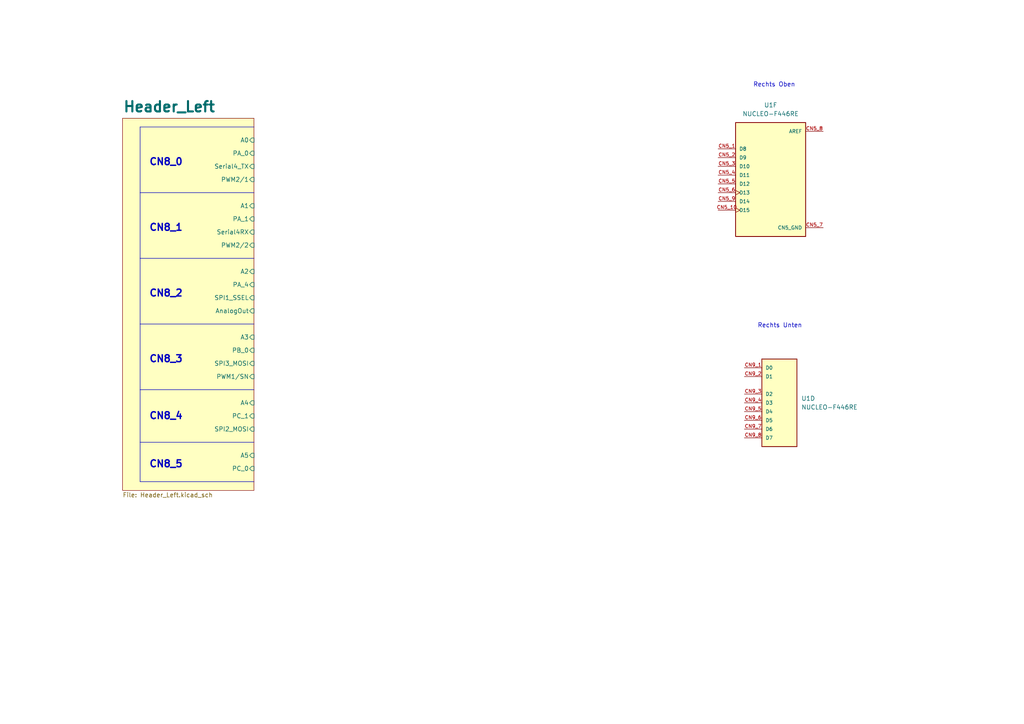
<source format=kicad_sch>
(kicad_sch (version 20230121) (generator eeschema)
  (paper "A4")
  (lib_symbols
    (symbol "NUCLEO-F446RE:NUCLEO-F446RE" (pin_names (offset 1.016))
      (property "Reference" "U" (at -17.78 41.91 0))
      (property "Value" "NUCLEO-F446RE" (at -17.78 -44.45 0))
      (symbol "NUCLEO-F446RE_1_0"
        (rectangle (start -17.78 -43.18) (end 17.78 40.64) (stroke (width 0.254)) (fill (type background)))
        (pin bidirectional line (at -22.86 -25.4 0) (length 5.08) (name "PC10") (number "CN7_1"))
        (pin bidirectional line (at 22.86 20.32 180) (length 5.08) (name "CN7_IOREF") (number "CN7_12"))
        (pin bidirectional line (at -22.86 5.08 0) (length 5.08) (name "PA13") (number "CN7_13"))
        (pin bidirectional line (at -22.86 20.32 0) (length 5.08) (name "CN7_RESET") (number "CN7_14"))
        (pin bidirectional line (at -22.86 2.54 0) (length 5.08) (name "PA14") (number "CN7_15"))
        (pin power_in line (at 22.86 38.1 180) (length 5.08) (name "CN7_+3V3") (number "CN7_16"))
        (pin bidirectional line (at -22.86 0 0) (length 5.08) (name "PA15") (number "CN7_17"))
        (pin power_in line (at 22.86 35.56 180) (length 5.08) (name "CN7_+5V") (number "CN7_18"))
        (pin power_in line (at 22.86 -40.64 180) (length 5.08) (name "CN7_GND") (number "CN7_19"))
        (pin bidirectional line (at -22.86 -22.86 0) (length 5.08) (name "PC11") (number "CN7_2"))
        (pin power_in line (at 22.86 -40.64 180) (length 5.08) (name "CN7_GND") (number "CN7_20"))
        (pin bidirectional line (at -22.86 -7.62 0) (length 5.08) (name "PB7") (number "CN7_21"))
        (pin power_in line (at 22.86 -40.64 180) (length 5.08) (name "CN7_GND") (number "CN7_22"))
        (pin bidirectional line (at -22.86 -30.48 0) (length 5.08) (name "PC13") (number "CN7_23"))
        (pin power_in line (at 22.86 25.4 180) (length 5.08) (name "CN7_VIN") (number "CN7_24"))
        (pin bidirectional line (at -22.86 -33.02 0) (length 5.08) (name "PC14") (number "CN7_25"))
        (pin bidirectional line (at -22.86 -35.56 0) (length 5.08) (name "PC15") (number "CN7_27"))
        (pin bidirectional line (at -22.86 12.7 0) (length 5.08) (name "PA0") (number "CN7_28"))
        (pin bidirectional line (at 22.86 12.7 180) (length 5.08) (name "PH0") (number "CN7_29"))
        (pin bidirectional line (at -22.86 -27.94 0) (length 5.08) (name "PC12") (number "CN7_3"))
        (pin bidirectional line (at -22.86 10.16 0) (length 5.08) (name "PA1") (number "CN7_30"))
        (pin bidirectional line (at 22.86 10.16 180) (length 5.08) (name "PH1") (number "CN7_31"))
        (pin bidirectional line (at -22.86 7.62 0) (length 5.08) (name "PA4") (number "CN7_32"))
        (pin power_in line (at 22.86 30.48 180) (length 5.08) (name "VBAT") (number "CN7_33"))
        (pin bidirectional line (at -22.86 -5.08 0) (length 5.08) (name "PB0") (number "CN7_34"))
        (pin bidirectional line (at -22.86 -17.78 0) (length 5.08) (name "PC2") (number "CN7_35"))
        (pin bidirectional line (at -22.86 -15.24 0) (length 5.08) (name "PC1/PB9") (number "CN7_36"))
        (pin bidirectional line (at -22.86 -20.32 0) (length 5.08) (name "PC3") (number "CN7_37"))
        (pin bidirectional line (at -22.86 -12.7 0) (length 5.08) (name "PC0/PB8") (number "CN7_38"))
        (pin bidirectional line (at 22.86 17.78 180) (length 5.08) (name "PD2") (number "CN7_4"))
        (pin power_in line (at 22.86 27.94 180) (length 5.08) (name "VDD") (number "CN7_5"))
        (pin power_in line (at 22.86 33.02 180) (length 5.08) (name "E5V") (number "CN7_6"))
        (pin bidirectional line (at -22.86 17.78 0) (length 5.08) (name "BOOT0") (number "CN7_7"))
        (pin power_in line (at 22.86 -40.64 180) (length 5.08) (name "CN7_GND") (number "CN7_8"))
      )
      (symbol "NUCLEO-F446RE_2_0"
        (rectangle (start -12.7 -40.64) (end 12.7 38.1) (stroke (width 0.254)) (fill (type background)))
        (pin bidirectional line (at 17.78 15.24 180) (length 5.08) (name "PC9") (number "CN10_1"))
        (pin bidirectional line (at -17.78 22.86 0) (length 5.08) (name "PA5") (number "CN10_11"))
        (pin bidirectional line (at -17.78 5.08 0) (length 5.08) (name "PA12") (number "CN10_12"))
        (pin bidirectional line (at -17.78 20.32 0) (length 5.08) (name "PA6") (number "CN10_13"))
        (pin bidirectional line (at -17.78 7.62 0) (length 5.08) (name "PA11") (number "CN10_14"))
        (pin bidirectional line (at -17.78 17.78 0) (length 5.08) (name "PA7") (number "CN10_15"))
        (pin bidirectional line (at -17.78 -22.86 0) (length 5.08) (name "PB12") (number "CN10_16"))
        (pin bidirectional line (at -17.78 -12.7 0) (length 5.08) (name "PB6") (number "CN10_17"))
        (pin bidirectional line (at 17.78 20.32 180) (length 5.08) (name "PC7") (number "CN10_19"))
        (pin bidirectional line (at 17.78 17.78 180) (length 5.08) (name "PC8") (number "CN10_2"))
        (pin power_in line (at 17.78 -38.1 180) (length 5.08) (name "CN10_GND") (number "CN10_20"))
        (pin bidirectional line (at -17.78 12.7 0) (length 5.08) (name "PA9") (number "CN10_21"))
        (pin bidirectional line (at -17.78 -2.54 0) (length 5.08) (name "PB2") (number "CN10_22"))
        (pin bidirectional line (at -17.78 15.24 0) (length 5.08) (name "PA8") (number "CN10_23"))
        (pin bidirectional line (at -17.78 0 0) (length 5.08) (name "PB1") (number "CN10_24"))
        (pin bidirectional line (at -17.78 -20.32 0) (length 5.08) (name "PB10") (number "CN10_25"))
        (pin bidirectional line (at -17.78 -30.48 0) (length 5.08) (name "PB15") (number "CN10_26"))
        (pin bidirectional line (at -17.78 -7.62 0) (length 5.08) (name "PB4") (number "CN10_27"))
        (pin bidirectional line (at -17.78 -27.94 0) (length 5.08) (name "PB14") (number "CN10_28"))
        (pin bidirectional line (at -17.78 -10.16 0) (length 5.08) (name "PB5") (number "CN10_29"))
        (pin bidirectional line (at -17.78 -15.24 0) (length 5.08) (name "PB8") (number "CN10_3"))
        (pin bidirectional line (at -17.78 -25.4 0) (length 5.08) (name "PB13") (number "CN10_30"))
        (pin bidirectional line (at -17.78 -5.08 0) (length 5.08) (name "PB3") (number "CN10_31"))
        (pin power_in line (at 17.78 -35.56 180) (length 5.08) (name "AGND") (number "CN10_32"))
        (pin bidirectional line (at -17.78 10.16 0) (length 5.08) (name "PA10") (number "CN10_33"))
        (pin bidirectional line (at 17.78 27.94 180) (length 5.08) (name "PC4") (number "CN10_34"))
        (pin bidirectional line (at -17.78 27.94 0) (length 5.08) (name "PA2") (number "CN10_35"))
        (pin bidirectional line (at -17.78 25.4 0) (length 5.08) (name "PA3") (number "CN10_37"))
        (pin bidirectional line (at 17.78 22.86 180) (length 5.08) (name "PC6") (number "CN10_4"))
        (pin bidirectional line (at -17.78 -17.78 0) (length 5.08) (name "PB9") (number "CN10_5"))
        (pin bidirectional line (at 17.78 25.4 180) (length 5.08) (name "PC5") (number "CN10_6"))
        (pin power_in line (at 17.78 35.56 180) (length 5.08) (name "AVDD") (number "CN10_7"))
        (pin power_in line (at 17.78 33.02 180) (length 5.08) (name "U5V") (number "CN10_8"))
        (pin power_in line (at 17.78 -38.1 180) (length 5.08) (name "CN10_GND") (number "CN10_9"))
      )
      (symbol "NUCLEO-F446RE_3_0"
        (rectangle (start -15.24 -12.7) (end 15.24 10.16) (stroke (width 0.254)) (fill (type background)))
        (pin bidirectional line (at -20.32 -5.08 0) (length 5.08) (name "CN6_IOREF") (number "CN6_2"))
        (pin bidirectional line (at -20.32 -2.54 0) (length 5.08) (name "CN6_RESET") (number "CN6_3"))
        (pin power_in line (at 20.32 2.54 180) (length 5.08) (name "CN6_+3V3") (number "CN6_4"))
        (pin power_in line (at 20.32 5.08 180) (length 5.08) (name "CN6_+5V") (number "CN6_5"))
        (pin power_in line (at 20.32 -10.16 180) (length 5.08) (name "CN6_GND") (number "CN6_6"))
        (pin power_in line (at 20.32 -10.16 180) (length 5.08) (name "CN6_GND") (number "CN6_7"))
        (pin power_in line (at 20.32 7.62 180) (length 5.08) (name "CN6_VIN") (number "CN6_8"))
      )
      (symbol "NUCLEO-F446RE_4_0"
        (rectangle (start -5.08 -12.7) (end 5.08 12.7) (stroke (width 0.254)) (fill (type background)))
        (pin input line (at -10.16 10.16 0) (length 5.08) (name "D0") (number "CN9_1"))
        (pin output line (at -10.16 7.62 0) (length 5.08) (name "D1") (number "CN9_2"))
        (pin bidirectional line (at -10.16 2.54 0) (length 5.08) (name "D2") (number "CN9_3"))
        (pin bidirectional line (at -10.16 0 0) (length 5.08) (name "D3") (number "CN9_4"))
        (pin bidirectional line (at -10.16 -2.54 0) (length 5.08) (name "D4") (number "CN9_5"))
        (pin bidirectional line (at -10.16 -5.08 0) (length 5.08) (name "D5") (number "CN9_6"))
        (pin bidirectional line (at -10.16 -7.62 0) (length 5.08) (name "D6") (number "CN9_7"))
        (pin bidirectional line (at -10.16 -10.16 0) (length 5.08) (name "D7") (number "CN9_8"))
      )
      (symbol "NUCLEO-F446RE_5_0"
        (rectangle (start -5.08 -10.16) (end 5.08 7.62) (stroke (width 0.254)) (fill (type background)))
        (pin input line (at -10.16 5.08 0) (length 5.08) (name "A0") (number "CN8_1"))
        (pin input line (at -10.16 2.54 0) (length 5.08) (name "A1") (number "CN8_2"))
        (pin input line (at -10.16 0 0) (length 5.08) (name "A2") (number "CN8_3"))
        (pin input line (at -10.16 -2.54 0) (length 5.08) (name "A3") (number "CN8_4"))
        (pin input line (at -10.16 -5.08 0) (length 5.08) (name "A4") (number "CN8_5"))
        (pin input line (at -10.16 -7.62 0) (length 5.08) (name "A5") (number "CN8_6"))
      )
      (symbol "NUCLEO-F446RE_6_0"
        (rectangle (start -10.16 -17.78) (end 10.16 15.24) (stroke (width 0.254)) (fill (type background)))
        (pin bidirectional line (at -15.24 7.62 0) (length 5.08) (name "D8") (number "CN5_1"))
        (pin bidirectional clock (at -15.24 -10.16 0) (length 5.08) (name "D15") (number "CN5_10"))
        (pin bidirectional line (at -15.24 5.08 0) (length 5.08) (name "D9") (number "CN5_2"))
        (pin bidirectional line (at -15.24 2.54 0) (length 5.08) (name "D10") (number "CN5_3"))
        (pin bidirectional line (at -15.24 0 0) (length 5.08) (name "D11") (number "CN5_4"))
        (pin bidirectional line (at -15.24 -2.54 0) (length 5.08) (name "D12") (number "CN5_5"))
        (pin bidirectional clock (at -15.24 -5.08 0) (length 5.08) (name "D13") (number "CN5_6"))
        (pin power_in line (at 15.24 -15.24 180) (length 5.08) (name "CN5_GND") (number "CN5_7"))
        (pin power_in line (at 15.24 12.7 180) (length 5.08) (name "AREF") (number "CN5_8"))
        (pin bidirectional line (at -15.24 -7.62 0) (length 5.08) (name "D14") (number "CN5_9"))
      )
    )
  )
  (polyline (pts (xy 40.64 128.27) (xy 73.66 128.27)))
  (polyline (pts (xy 40.64 93.98) (xy 40.64 113.03)))
  (polyline (pts (xy 40.64 74.93) (xy 73.66 74.93)))
  (polyline (pts (xy 73.66 36.83) (xy 40.64 36.83)))
  (polyline (pts (xy 40.64 55.88) (xy 40.64 74.93)))
  (polyline (pts (xy 40.64 74.93) (xy 40.64 93.98)))
  (polyline (pts (xy 40.64 36.83) (xy 40.64 55.88)))
  (polyline (pts (xy 40.64 113.03) (xy 73.66 113.03)))
  (polyline (pts (xy 40.64 128.27) (xy 40.64 139.7)))
  (polyline (pts (xy 40.64 113.03) (xy 40.64 128.27)))
  (polyline (pts (xy 40.64 139.7) (xy 73.66 139.7)))
  (polyline (pts (xy 40.64 93.98) (xy 73.66 93.98)))
  (polyline (pts (xy 40.64 55.88) (xy 73.66 55.88)))
  (text "Rechts Unten\n" (at 219.71 95.25 0) (effects (font (size 1.27 1.27)) (justify left bottom)))
  (text "CN8_1\n" (at 43.18 67.31 0) (effects (font (size 2 2) bold) (justify left bottom)))
  (text "CN8_0" (at 43.18 48.26 0) (effects (font (size 2 2) bold) (justify left bottom)))
  (text "CN8_5\n" (at 43.18 135.89 0) (effects (font (size 2 2) bold) (justify left bottom)))
  (text "CN8_3\n" (at 43.18 105.41 0) (effects (font (size 2 2) bold) (justify left bottom)))
  (text "Rechts Oben\n" (at 218.44 25.4 0) (effects (font (size 1.27 1.27)) (justify left bottom)))
  (text "CN8_2\n" (at 43.18 86.36 0) (effects (font (size 2 2) bold) (justify left bottom)))
  (text "CN8_4\n" (at 43.18 121.92 0) (effects (font (size 2 2) bold) (justify left bottom)))
  (symbol (lib_id "NUCLEO-F446RE:NUCLEO-F446RE") (at 226.06 116.84 0) (unit 4)
    (property "Reference" "U1" (at 232.41 115.57 0) (effects (justify left)))
    (property "Value" "NUCLEO-F446RE" (at 232.41 118.11 0) (effects (justify left)))
    (property "Footprint" "NUCLEO-F446RE:MODULE_NUCLEO-F446RE" (effects hide))
    (property "MF" "STMicroelectronics" (effects hide))
    (property "Package" "None" (effects hide))
    (property "Price" "None" (effects hide))
    (property "Check_prices" "https://www.snapeda.com/parts/NUCLEO-F446RE/STMicroelectronics/view-part/?ref=eda" (effects hide))
    (property "STANDARD" "Manufacturer Recommendations" (effects hide))
    (property "PARTREV" "13" (effects hide))
    (property "SnapEDA_Link" "https://www.snapeda.com/parts/NUCLEO-F446RE/STMicroelectronics/view-part/?ref=snap" (effects hide))
    (property "MP" "NUCLEO-F446RE" (effects hide))
    (property "Purchase-URL" "https://www.snapeda.com/api/url_track_click_mouser/?unipart_id=284290&manufacturer=STMicroelectronics&part_name=NUCLEO-F446RE&search_term=None" (effects hide))
    (property "Description" "\nSTM32F446RE, mbed-Enabled Development Nucleo-64 STM32F4 ARM® Cortex®-M4 MCU 32-Bit Embedded Evaluation Board\n" (effects hide))
    (property "Availability" "In Stock" (effects hide))
    (property "MANUFACTURER" "STMicroelectronics" (effects hide))
  )
  (symbol (lib_id "NUCLEO-F446RE:NUCLEO-F446RE") (at 223.52 50.8 0) (unit 6)
    (property "Reference" "U1" (at 223.52 30.48 0))
    (property "Value" "NUCLEO-F446RE" (at 223.52 33.02 0))
    (property "Footprint" "NUCLEO-F446RE:MODULE_NUCLEO-F446RE" (effects hide))
    (property "MF" "STMicroelectronics" (effects hide))
    (property "Package" "None" (effects hide))
    (property "Price" "None" (effects hide))
    (property "Check_prices" "https://www.snapeda.com/parts/NUCLEO-F446RE/STMicroelectronics/view-part/?ref=eda" (effects hide))
    (property "STANDARD" "Manufacturer Recommendations" (effects hide))
    (property "PARTREV" "13" (effects hide))
    (property "SnapEDA_Link" "https://www.snapeda.com/parts/NUCLEO-F446RE/STMicroelectronics/view-part/?ref=snap" (effects hide))
    (property "MP" "NUCLEO-F446RE" (effects hide))
    (property "Purchase-URL" "https://www.snapeda.com/api/url_track_click_mouser/?unipart_id=284290&manufacturer=STMicroelectronics&part_name=NUCLEO-F446RE&search_term=None" (effects hide))
    (property "Description" "\nSTM32F446RE, mbed-Enabled Development Nucleo-64 STM32F4 ARM® Cortex®-M4 MCU 32-Bit Embedded Evaluation Board\n" (effects hide))
    (property "Availability" "In Stock" (effects hide))
    (property "MANUFACTURER" "STMicroelectronics" (effects hide))
  )
  (sheet (at 35.56 34.29) (size 38.1 107.95) (stroke (width 0.1524) (color 132 0 0 1)) (fill (color 255 255 194 1.0000))
    (property "Sheetname" "Header_Left" (at 35.56 32.7134 0) (effects (font (size 3 3) bold) (justify left bottom)))
    (property "Sheetfile" "Header_Left.kicad_sch" (at 35.56 142.8246 0) (effects (justify left top)))
    (pin "PA_0" input (at 73.66 44.45 0))
    (pin "Serial4_TX" input (at 73.66 48.26 0))
    (pin "PWM2{slash}1" input (at 73.66 52.07 0))
    (pin "SPI1_SSEL" input (at 73.66 86.36 0))
    (pin "A3" input (at 73.66 97.79 0))
    (pin "PB_0" input (at 73.66 101.6 0))
    (pin "PC_0" input (at 73.66 135.89 0))
    (pin "A5" input (at 73.66 132.08 0))
    (pin "A0" input (at 73.66 40.64 0))
    (pin "PA_1" input (at 73.66 63.5 0))
    (pin "A1" input (at 73.66 59.69 0))
    (pin "Serial4RX" input (at 73.66 67.31 0))
    (pin "PWM2{slash}2" input (at 73.66 71.12 0))
    (pin "PC_1" input (at 73.66 120.65 0))
    (pin "A4" input (at 73.66 116.84 0))
    (pin "SPI2_MOSI" input (at 73.66 124.46 0))
    (pin "SPI3_MOSI" input (at 73.66 105.41 0))
    (pin "PWM1{slash}SN" input (at 73.66 109.22 0))
    (pin "A2" input (at 73.66 78.74 0))
    (pin "PA_4" input (at 73.66 82.55 0))
    (pin "AnalogOut" input (at 73.66 90.17 0))
  )
)
</source>
